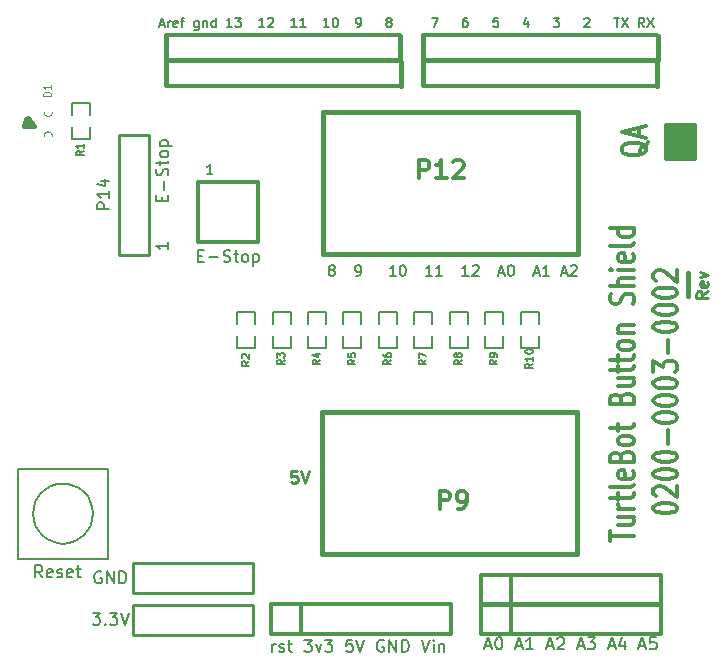
<source format=gto>
G04 (created by PCBNEW-RS274X (2011-nov-30)-testing) date Wed 20 Jun 2012 12:50:12 PM EDT*
%MOIN*%
G04 Gerber Fmt 3.4, Leading zero omitted, Abs format*
%FSLAX34Y34*%
G01*
G70*
G90*
G04 APERTURE LIST*
%ADD10C,0.006*%
%ADD11C,0.012*%
%ADD12C,0.0098*%
%ADD13C,0.015*%
%ADD14C,0.005*%
%ADD15C,0.004*%
%ADD16C,0.01*%
%ADD17C,0.0035*%
%ADD18C,0.0079*%
%ADD19C,0.008*%
G04 APERTURE END LIST*
G54D10*
G54D11*
X22069Y17358D02*
X22031Y17301D01*
X21955Y17244D01*
X21840Y17158D01*
X21802Y17101D01*
X21802Y17044D01*
X21993Y17072D02*
X21955Y17015D01*
X21879Y16958D01*
X21726Y16929D01*
X21459Y16929D01*
X21307Y16958D01*
X21231Y17015D01*
X21193Y17072D01*
X21193Y17186D01*
X21231Y17244D01*
X21307Y17301D01*
X21459Y17329D01*
X21726Y17329D01*
X21879Y17301D01*
X21955Y17244D01*
X21993Y17186D01*
X21993Y17072D01*
X21764Y17558D02*
X21764Y17844D01*
X21993Y17501D02*
X21193Y17701D01*
X21993Y17901D01*
X20800Y4058D02*
X20800Y4401D01*
X21600Y4230D02*
X20800Y4230D01*
X21066Y4858D02*
X21600Y4858D01*
X21066Y4601D02*
X21486Y4601D01*
X21562Y4629D01*
X21600Y4687D01*
X21600Y4772D01*
X21562Y4829D01*
X21524Y4858D01*
X21600Y5144D02*
X21066Y5144D01*
X21219Y5144D02*
X21143Y5172D01*
X21105Y5201D01*
X21066Y5258D01*
X21066Y5315D01*
X21066Y5429D02*
X21066Y5658D01*
X20800Y5515D02*
X21486Y5515D01*
X21562Y5543D01*
X21600Y5601D01*
X21600Y5658D01*
X21600Y5944D02*
X21562Y5886D01*
X21486Y5858D01*
X20800Y5858D01*
X21562Y6400D02*
X21600Y6343D01*
X21600Y6229D01*
X21562Y6172D01*
X21486Y6143D01*
X21181Y6143D01*
X21105Y6172D01*
X21066Y6229D01*
X21066Y6343D01*
X21105Y6400D01*
X21181Y6429D01*
X21257Y6429D01*
X21333Y6143D01*
X21181Y6886D02*
X21219Y6972D01*
X21257Y7000D01*
X21333Y7029D01*
X21447Y7029D01*
X21524Y7000D01*
X21562Y6972D01*
X21600Y6914D01*
X21600Y6686D01*
X20800Y6686D01*
X20800Y6886D01*
X20838Y6943D01*
X20876Y6972D01*
X20952Y7000D01*
X21028Y7000D01*
X21105Y6972D01*
X21143Y6943D01*
X21181Y6886D01*
X21181Y6686D01*
X21600Y7372D02*
X21562Y7314D01*
X21524Y7286D01*
X21447Y7257D01*
X21219Y7257D01*
X21143Y7286D01*
X21105Y7314D01*
X21066Y7372D01*
X21066Y7457D01*
X21105Y7514D01*
X21143Y7543D01*
X21219Y7572D01*
X21447Y7572D01*
X21524Y7543D01*
X21562Y7514D01*
X21600Y7457D01*
X21600Y7372D01*
X21066Y7743D02*
X21066Y7972D01*
X20800Y7829D02*
X21486Y7829D01*
X21562Y7857D01*
X21600Y7915D01*
X21600Y7972D01*
X21181Y8829D02*
X21219Y8915D01*
X21257Y8943D01*
X21333Y8972D01*
X21447Y8972D01*
X21524Y8943D01*
X21562Y8915D01*
X21600Y8857D01*
X21600Y8629D01*
X20800Y8629D01*
X20800Y8829D01*
X20838Y8886D01*
X20876Y8915D01*
X20952Y8943D01*
X21028Y8943D01*
X21105Y8915D01*
X21143Y8886D01*
X21181Y8829D01*
X21181Y8629D01*
X21066Y9486D02*
X21600Y9486D01*
X21066Y9229D02*
X21486Y9229D01*
X21562Y9257D01*
X21600Y9315D01*
X21600Y9400D01*
X21562Y9457D01*
X21524Y9486D01*
X21066Y9686D02*
X21066Y9915D01*
X20800Y9772D02*
X21486Y9772D01*
X21562Y9800D01*
X21600Y9858D01*
X21600Y9915D01*
X21066Y10029D02*
X21066Y10258D01*
X20800Y10115D02*
X21486Y10115D01*
X21562Y10143D01*
X21600Y10201D01*
X21600Y10258D01*
X21600Y10544D02*
X21562Y10486D01*
X21524Y10458D01*
X21447Y10429D01*
X21219Y10429D01*
X21143Y10458D01*
X21105Y10486D01*
X21066Y10544D01*
X21066Y10629D01*
X21105Y10686D01*
X21143Y10715D01*
X21219Y10744D01*
X21447Y10744D01*
X21524Y10715D01*
X21562Y10686D01*
X21600Y10629D01*
X21600Y10544D01*
X21066Y11001D02*
X21600Y11001D01*
X21143Y11001D02*
X21105Y11029D01*
X21066Y11087D01*
X21066Y11172D01*
X21105Y11229D01*
X21181Y11258D01*
X21600Y11258D01*
X21562Y11972D02*
X21600Y12058D01*
X21600Y12201D01*
X21562Y12258D01*
X21524Y12287D01*
X21447Y12315D01*
X21371Y12315D01*
X21295Y12287D01*
X21257Y12258D01*
X21219Y12201D01*
X21181Y12087D01*
X21143Y12029D01*
X21105Y12001D01*
X21028Y11972D01*
X20952Y11972D01*
X20876Y12001D01*
X20838Y12029D01*
X20800Y12087D01*
X20800Y12229D01*
X20838Y12315D01*
X21600Y12572D02*
X20800Y12572D01*
X21600Y12829D02*
X21181Y12829D01*
X21105Y12800D01*
X21066Y12743D01*
X21066Y12658D01*
X21105Y12600D01*
X21143Y12572D01*
X21600Y13115D02*
X21066Y13115D01*
X20800Y13115D02*
X20838Y13086D01*
X20876Y13115D01*
X20838Y13143D01*
X20800Y13115D01*
X20876Y13115D01*
X21562Y13629D02*
X21600Y13572D01*
X21600Y13458D01*
X21562Y13401D01*
X21486Y13372D01*
X21181Y13372D01*
X21105Y13401D01*
X21066Y13458D01*
X21066Y13572D01*
X21105Y13629D01*
X21181Y13658D01*
X21257Y13658D01*
X21333Y13372D01*
X21600Y14001D02*
X21562Y13943D01*
X21486Y13915D01*
X20800Y13915D01*
X21600Y14486D02*
X20800Y14486D01*
X21562Y14486D02*
X21600Y14429D01*
X21600Y14315D01*
X21562Y14257D01*
X21524Y14229D01*
X21447Y14200D01*
X21219Y14200D01*
X21143Y14229D01*
X21105Y14257D01*
X21066Y14315D01*
X21066Y14429D01*
X21105Y14486D01*
G54D12*
X24073Y12387D02*
X23885Y12256D01*
X24073Y12163D02*
X23680Y12163D01*
X23680Y12312D01*
X23698Y12350D01*
X23717Y12368D01*
X23754Y12387D01*
X23811Y12387D01*
X23848Y12368D01*
X23867Y12350D01*
X23885Y12312D01*
X23885Y12163D01*
X24054Y12705D02*
X24073Y12668D01*
X24073Y12593D01*
X24054Y12556D01*
X24016Y12537D01*
X23867Y12537D01*
X23829Y12556D01*
X23811Y12593D01*
X23811Y12668D01*
X23829Y12705D01*
X23867Y12724D01*
X23904Y12724D01*
X23942Y12537D01*
X23811Y12855D02*
X24073Y12949D01*
X23811Y13042D01*
G54D13*
X23401Y12228D02*
X23401Y13015D01*
G54D11*
X22256Y5134D02*
X22256Y5191D01*
X22294Y5248D01*
X22332Y5276D01*
X22408Y5305D01*
X22561Y5333D01*
X22751Y5333D01*
X22903Y5305D01*
X22980Y5276D01*
X23018Y5248D01*
X23056Y5191D01*
X23056Y5134D01*
X23018Y5077D01*
X22980Y5048D01*
X22903Y5020D01*
X22751Y4991D01*
X22561Y4991D01*
X22408Y5020D01*
X22332Y5048D01*
X22294Y5077D01*
X22256Y5134D01*
X22332Y5561D02*
X22294Y5590D01*
X22256Y5647D01*
X22256Y5789D01*
X22294Y5846D01*
X22332Y5875D01*
X22408Y5903D01*
X22484Y5903D01*
X22599Y5875D01*
X23056Y5533D01*
X23056Y5903D01*
X22256Y6274D02*
X22256Y6331D01*
X22294Y6388D01*
X22332Y6416D01*
X22408Y6445D01*
X22561Y6473D01*
X22751Y6473D01*
X22903Y6445D01*
X22980Y6416D01*
X23018Y6388D01*
X23056Y6331D01*
X23056Y6274D01*
X23018Y6217D01*
X22980Y6188D01*
X22903Y6160D01*
X22751Y6131D01*
X22561Y6131D01*
X22408Y6160D01*
X22332Y6188D01*
X22294Y6217D01*
X22256Y6274D01*
X22256Y6844D02*
X22256Y6901D01*
X22294Y6958D01*
X22332Y6986D01*
X22408Y7015D01*
X22561Y7043D01*
X22751Y7043D01*
X22903Y7015D01*
X22980Y6986D01*
X23018Y6958D01*
X23056Y6901D01*
X23056Y6844D01*
X23018Y6787D01*
X22980Y6758D01*
X22903Y6730D01*
X22751Y6701D01*
X22561Y6701D01*
X22408Y6730D01*
X22332Y6758D01*
X22294Y6787D01*
X22256Y6844D01*
X22751Y7300D02*
X22751Y7756D01*
X22256Y8156D02*
X22256Y8213D01*
X22294Y8270D01*
X22332Y8298D01*
X22408Y8327D01*
X22561Y8355D01*
X22751Y8355D01*
X22903Y8327D01*
X22980Y8298D01*
X23018Y8270D01*
X23056Y8213D01*
X23056Y8156D01*
X23018Y8099D01*
X22980Y8070D01*
X22903Y8042D01*
X22751Y8013D01*
X22561Y8013D01*
X22408Y8042D01*
X22332Y8070D01*
X22294Y8099D01*
X22256Y8156D01*
X22256Y8726D02*
X22256Y8783D01*
X22294Y8840D01*
X22332Y8868D01*
X22408Y8897D01*
X22561Y8925D01*
X22751Y8925D01*
X22903Y8897D01*
X22980Y8868D01*
X23018Y8840D01*
X23056Y8783D01*
X23056Y8726D01*
X23018Y8669D01*
X22980Y8640D01*
X22903Y8612D01*
X22751Y8583D01*
X22561Y8583D01*
X22408Y8612D01*
X22332Y8640D01*
X22294Y8669D01*
X22256Y8726D01*
X22256Y9296D02*
X22256Y9353D01*
X22294Y9410D01*
X22332Y9438D01*
X22408Y9467D01*
X22561Y9495D01*
X22751Y9495D01*
X22903Y9467D01*
X22980Y9438D01*
X23018Y9410D01*
X23056Y9353D01*
X23056Y9296D01*
X23018Y9239D01*
X22980Y9210D01*
X22903Y9182D01*
X22751Y9153D01*
X22561Y9153D01*
X22408Y9182D01*
X22332Y9210D01*
X22294Y9239D01*
X22256Y9296D01*
X22256Y9695D02*
X22256Y10065D01*
X22561Y9866D01*
X22561Y9951D01*
X22599Y10008D01*
X22637Y10037D01*
X22713Y10065D01*
X22903Y10065D01*
X22980Y10037D01*
X23018Y10008D01*
X23056Y9951D01*
X23056Y9780D01*
X23018Y9723D01*
X22980Y9695D01*
X22751Y10322D02*
X22751Y10778D01*
X22256Y11178D02*
X22256Y11235D01*
X22294Y11292D01*
X22332Y11320D01*
X22408Y11349D01*
X22561Y11377D01*
X22751Y11377D01*
X22903Y11349D01*
X22980Y11320D01*
X23018Y11292D01*
X23056Y11235D01*
X23056Y11178D01*
X23018Y11121D01*
X22980Y11092D01*
X22903Y11064D01*
X22751Y11035D01*
X22561Y11035D01*
X22408Y11064D01*
X22332Y11092D01*
X22294Y11121D01*
X22256Y11178D01*
X22256Y11748D02*
X22256Y11805D01*
X22294Y11862D01*
X22332Y11890D01*
X22408Y11919D01*
X22561Y11947D01*
X22751Y11947D01*
X22903Y11919D01*
X22980Y11890D01*
X23018Y11862D01*
X23056Y11805D01*
X23056Y11748D01*
X23018Y11691D01*
X22980Y11662D01*
X22903Y11634D01*
X22751Y11605D01*
X22561Y11605D01*
X22408Y11634D01*
X22332Y11662D01*
X22294Y11691D01*
X22256Y11748D01*
X22256Y12318D02*
X22256Y12375D01*
X22294Y12432D01*
X22332Y12460D01*
X22408Y12489D01*
X22561Y12517D01*
X22751Y12517D01*
X22903Y12489D01*
X22980Y12460D01*
X23018Y12432D01*
X23056Y12375D01*
X23056Y12318D01*
X23018Y12261D01*
X22980Y12232D01*
X22903Y12204D01*
X22751Y12175D01*
X22561Y12175D01*
X22408Y12204D01*
X22332Y12232D01*
X22294Y12261D01*
X22256Y12318D01*
X22332Y12745D02*
X22294Y12774D01*
X22256Y12831D01*
X22256Y12973D01*
X22294Y13030D01*
X22332Y13059D01*
X22408Y13087D01*
X22484Y13087D01*
X22599Y13059D01*
X23056Y12717D01*
X23056Y13087D01*
G54D14*
X8377Y11287D02*
X8377Y11687D01*
X8377Y11687D02*
X8977Y11687D01*
X8977Y11687D02*
X8977Y11287D01*
X8977Y10887D02*
X8977Y10487D01*
X8977Y10487D02*
X8377Y10487D01*
X8377Y10487D02*
X8377Y10887D01*
G54D13*
X1394Y18174D02*
X1590Y17898D01*
X1590Y17898D02*
X1275Y17898D01*
X1275Y17898D02*
X1354Y18134D01*
X1354Y18134D02*
X1394Y18016D01*
G54D15*
X2200Y17584D02*
X2199Y17595D01*
X2197Y17607D01*
X2195Y17619D01*
X2191Y17630D01*
X2187Y17641D01*
X2181Y17652D01*
X2175Y17662D01*
X2167Y17672D01*
X2159Y17680D01*
X2151Y17688D01*
X2141Y17696D01*
X2131Y17702D01*
X2120Y17708D01*
X2109Y17712D01*
X2098Y17716D01*
X2086Y17718D01*
X2074Y17720D01*
X2063Y17721D01*
X2052Y17720D01*
X2040Y17718D01*
X2028Y17716D01*
X2017Y17712D01*
X2006Y17708D01*
X1995Y17702D01*
X1985Y17696D01*
X1975Y17688D01*
X1967Y17680D01*
X1959Y17672D01*
X1951Y17662D01*
X1945Y17652D01*
X1939Y17641D01*
X1935Y17630D01*
X1931Y17619D01*
X1929Y17607D01*
X1927Y17595D01*
X1926Y17584D01*
X1926Y18370D02*
X1927Y18359D01*
X1929Y18347D01*
X1931Y18335D01*
X1935Y18324D01*
X1939Y18313D01*
X1945Y18302D01*
X1951Y18292D01*
X1959Y18282D01*
X1967Y18274D01*
X1975Y18266D01*
X1985Y18258D01*
X1995Y18252D01*
X2006Y18246D01*
X2017Y18242D01*
X2028Y18238D01*
X2040Y18236D01*
X2052Y18234D01*
X2063Y18233D01*
X2074Y18234D01*
X2086Y18236D01*
X2098Y18238D01*
X2109Y18242D01*
X2120Y18246D01*
X2131Y18252D01*
X2141Y18258D01*
X2151Y18266D01*
X2159Y18274D01*
X2167Y18282D01*
X2175Y18292D01*
X2181Y18302D01*
X2187Y18313D01*
X2191Y18324D01*
X2195Y18335D01*
X2197Y18347D01*
X2199Y18359D01*
X2200Y18370D01*
G54D11*
X9087Y16024D02*
X9087Y14024D01*
X9087Y14024D02*
X7087Y14024D01*
X7087Y14024D02*
X7087Y16024D01*
X7087Y16024D02*
X9087Y16024D01*
X9496Y980D02*
X9496Y1980D01*
X9496Y1980D02*
X15496Y1980D01*
X15496Y1980D02*
X15496Y980D01*
X15496Y980D02*
X9496Y980D01*
X10496Y980D02*
X10496Y1980D01*
G54D14*
X3575Y4984D02*
X3555Y4790D01*
X3499Y4603D01*
X3407Y4431D01*
X3284Y4280D01*
X3134Y4155D01*
X2962Y4063D01*
X2776Y4005D01*
X2581Y3985D01*
X2388Y4002D01*
X2201Y4057D01*
X2028Y4148D01*
X1876Y4270D01*
X1750Y4420D01*
X1656Y4591D01*
X1597Y4777D01*
X1576Y4971D01*
X1592Y5164D01*
X1646Y5352D01*
X1735Y5525D01*
X1856Y5678D01*
X2005Y5805D01*
X2175Y5900D01*
X2361Y5960D01*
X2555Y5983D01*
X2748Y5968D01*
X2936Y5916D01*
X3110Y5828D01*
X3264Y5708D01*
X3392Y5560D01*
X3488Y5390D01*
X3550Y5205D01*
X3574Y5011D01*
X3575Y4984D01*
X1075Y6484D02*
X4075Y6484D01*
X4075Y6484D02*
X4075Y3484D01*
X4075Y3484D02*
X1075Y3484D01*
X1075Y6484D02*
X1075Y3484D01*
G54D13*
X13837Y19234D02*
X13837Y20042D01*
X6022Y19254D02*
X6022Y20042D01*
G54D11*
X6020Y20056D02*
X13820Y20056D01*
X13820Y19240D02*
X6020Y19240D01*
G54D13*
X22397Y20103D02*
X22397Y20911D01*
X14582Y20123D02*
X14582Y20911D01*
G54D11*
X14580Y20925D02*
X22380Y20925D01*
X22380Y20109D02*
X14580Y20109D01*
G54D13*
X22387Y19234D02*
X22387Y20042D01*
X14572Y19254D02*
X14572Y20042D01*
G54D11*
X14570Y20056D02*
X22370Y20056D01*
X22370Y19240D02*
X14570Y19240D01*
G54D13*
X13815Y20102D02*
X13815Y20910D01*
X6000Y20122D02*
X6000Y20910D01*
G54D11*
X5998Y20924D02*
X13798Y20924D01*
X13798Y20108D02*
X5998Y20108D01*
X16504Y980D02*
X16504Y1980D01*
X16504Y1980D02*
X22504Y1980D01*
X22504Y1980D02*
X22504Y980D01*
X22504Y980D02*
X16504Y980D01*
X17504Y980D02*
X17504Y1980D01*
X16504Y1925D02*
X16504Y2925D01*
X16504Y2925D02*
X22504Y2925D01*
X22504Y2925D02*
X22504Y1925D01*
X22504Y1925D02*
X16504Y1925D01*
X17504Y1925D02*
X17504Y2925D01*
G54D16*
X4906Y1941D02*
X8906Y1941D01*
X4906Y941D02*
X8906Y941D01*
X8906Y941D02*
X8906Y1941D01*
X4906Y1941D02*
X4906Y941D01*
G54D13*
X11236Y13646D02*
X19739Y13646D01*
X19740Y13646D02*
X19740Y18370D01*
X19739Y18370D02*
X11236Y18370D01*
X11236Y18370D02*
X11236Y13646D01*
X19700Y8371D02*
X11197Y8371D01*
X11196Y8371D02*
X11196Y3647D01*
X11197Y3647D02*
X19700Y3647D01*
X19700Y3647D02*
X19700Y8371D01*
G54D16*
X5437Y17614D02*
X5437Y13614D01*
X4437Y17614D02*
X4437Y13614D01*
X4437Y13614D02*
X5437Y13614D01*
X5437Y17614D02*
X4437Y17614D01*
X4906Y3319D02*
X8906Y3319D01*
X4906Y2319D02*
X8906Y2319D01*
X8906Y2319D02*
X8906Y3319D01*
X4906Y3319D02*
X4906Y2319D01*
G54D14*
X10158Y10887D02*
X10158Y10487D01*
X10158Y10487D02*
X9558Y10487D01*
X9558Y10487D02*
X9558Y10887D01*
X9558Y11287D02*
X9558Y11687D01*
X9558Y11687D02*
X10158Y11687D01*
X10158Y11687D02*
X10158Y11287D01*
X11339Y10887D02*
X11339Y10487D01*
X11339Y10487D02*
X10739Y10487D01*
X10739Y10487D02*
X10739Y10887D01*
X10739Y11287D02*
X10739Y11687D01*
X10739Y11687D02*
X11339Y11687D01*
X11339Y11687D02*
X11339Y11287D01*
X12520Y10887D02*
X12520Y10487D01*
X12520Y10487D02*
X11920Y10487D01*
X11920Y10487D02*
X11920Y10887D01*
X11920Y11287D02*
X11920Y11687D01*
X11920Y11687D02*
X12520Y11687D01*
X12520Y11687D02*
X12520Y11287D01*
X13702Y10886D02*
X13702Y10486D01*
X13702Y10486D02*
X13102Y10486D01*
X13102Y10486D02*
X13102Y10886D01*
X13102Y11286D02*
X13102Y11686D01*
X13102Y11686D02*
X13702Y11686D01*
X13702Y11686D02*
X13702Y11286D01*
X14883Y10886D02*
X14883Y10486D01*
X14883Y10486D02*
X14283Y10486D01*
X14283Y10486D02*
X14283Y10886D01*
X14283Y11286D02*
X14283Y11686D01*
X14283Y11686D02*
X14883Y11686D01*
X14883Y11686D02*
X14883Y11286D01*
X16064Y10886D02*
X16064Y10486D01*
X16064Y10486D02*
X15464Y10486D01*
X15464Y10486D02*
X15464Y10886D01*
X15464Y11286D02*
X15464Y11686D01*
X15464Y11686D02*
X16064Y11686D01*
X16064Y11686D02*
X16064Y11286D01*
X17245Y10886D02*
X17245Y10486D01*
X17245Y10486D02*
X16645Y10486D01*
X16645Y10486D02*
X16645Y10886D01*
X16645Y11286D02*
X16645Y11686D01*
X16645Y11686D02*
X17245Y11686D01*
X17245Y11686D02*
X17245Y11286D01*
X18427Y10886D02*
X18427Y10486D01*
X18427Y10486D02*
X17827Y10486D01*
X17827Y10486D02*
X17827Y10886D01*
X17827Y11286D02*
X17827Y11686D01*
X17827Y11686D02*
X18427Y11686D01*
X18427Y11686D02*
X18427Y11286D01*
X3466Y17856D02*
X3466Y17456D01*
X3466Y17456D02*
X2866Y17456D01*
X2866Y17456D02*
X2866Y17856D01*
X2866Y18256D02*
X2866Y18656D01*
X2866Y18656D02*
X3466Y18656D01*
X3466Y18656D02*
X3466Y18256D01*
X8778Y10060D02*
X8659Y9977D01*
X8778Y9918D02*
X8528Y9918D01*
X8528Y10013D01*
X8540Y10037D01*
X8552Y10048D01*
X8576Y10060D01*
X8612Y10060D01*
X8635Y10048D01*
X8647Y10037D01*
X8659Y10013D01*
X8659Y9918D01*
X8552Y10156D02*
X8540Y10168D01*
X8528Y10191D01*
X8528Y10251D01*
X8540Y10275D01*
X8552Y10287D01*
X8576Y10298D01*
X8600Y10298D01*
X8635Y10287D01*
X8778Y10144D01*
X8778Y10298D01*
G54D17*
X2164Y18895D02*
X1914Y18895D01*
X1914Y18954D01*
X1926Y18990D01*
X1950Y19014D01*
X1974Y19025D01*
X2021Y19037D01*
X2057Y19037D01*
X2105Y19025D01*
X2128Y19014D01*
X2152Y18990D01*
X2164Y18954D01*
X2164Y18895D01*
X2164Y19275D02*
X2164Y19133D01*
X2164Y19204D02*
X1914Y19204D01*
X1950Y19180D01*
X1974Y19156D01*
X1986Y19133D01*
G54D18*
X7087Y13577D02*
X7221Y13577D01*
X7278Y13367D02*
X7087Y13367D01*
X7087Y13767D01*
X7278Y13767D01*
X7449Y13519D02*
X7754Y13519D01*
X7925Y13386D02*
X7982Y13367D01*
X8078Y13367D01*
X8116Y13386D01*
X8135Y13405D01*
X8154Y13443D01*
X8154Y13481D01*
X8135Y13519D01*
X8116Y13539D01*
X8078Y13558D01*
X8001Y13577D01*
X7963Y13596D01*
X7944Y13615D01*
X7925Y13653D01*
X7925Y13691D01*
X7944Y13729D01*
X7963Y13748D01*
X8001Y13767D01*
X8097Y13767D01*
X8154Y13748D01*
X8268Y13634D02*
X8420Y13634D01*
X8325Y13767D02*
X8325Y13424D01*
X8344Y13386D01*
X8382Y13367D01*
X8420Y13367D01*
X8611Y13367D02*
X8573Y13386D01*
X8554Y13405D01*
X8535Y13443D01*
X8535Y13558D01*
X8554Y13596D01*
X8573Y13615D01*
X8611Y13634D01*
X8669Y13634D01*
X8707Y13615D01*
X8726Y13596D01*
X8745Y13558D01*
X8745Y13443D01*
X8726Y13405D01*
X8707Y13386D01*
X8669Y13367D01*
X8611Y13367D01*
X8916Y13634D02*
X8916Y13234D01*
X8916Y13615D02*
X8954Y13634D01*
X9031Y13634D01*
X9069Y13615D01*
X9088Y13596D01*
X9107Y13558D01*
X9107Y13443D01*
X9088Y13405D01*
X9069Y13386D01*
X9031Y13367D01*
X8954Y13367D01*
X8916Y13386D01*
X7547Y16314D02*
X7368Y16314D01*
X7458Y16314D02*
X7458Y16628D01*
X7428Y16583D01*
X7398Y16553D01*
X7368Y16538D01*
G54D19*
X9549Y373D02*
X9549Y640D01*
X9549Y564D02*
X9568Y602D01*
X9587Y621D01*
X9625Y640D01*
X9664Y640D01*
X9778Y392D02*
X9816Y373D01*
X9892Y373D01*
X9931Y392D01*
X9950Y430D01*
X9950Y449D01*
X9931Y487D01*
X9892Y506D01*
X9835Y506D01*
X9797Y525D01*
X9778Y564D01*
X9778Y583D01*
X9797Y621D01*
X9835Y640D01*
X9892Y640D01*
X9931Y621D01*
X10064Y640D02*
X10216Y640D01*
X10121Y773D02*
X10121Y430D01*
X10140Y392D01*
X10178Y373D01*
X10216Y373D01*
X10617Y773D02*
X10865Y773D01*
X10731Y621D01*
X10789Y621D01*
X10827Y602D01*
X10846Y583D01*
X10865Y545D01*
X10865Y449D01*
X10846Y411D01*
X10827Y392D01*
X10789Y373D01*
X10674Y373D01*
X10636Y392D01*
X10617Y411D01*
X10998Y640D02*
X11093Y373D01*
X11189Y640D01*
X11303Y773D02*
X11551Y773D01*
X11417Y621D01*
X11475Y621D01*
X11513Y602D01*
X11532Y583D01*
X11551Y545D01*
X11551Y449D01*
X11532Y411D01*
X11513Y392D01*
X11475Y373D01*
X11360Y373D01*
X11322Y392D01*
X11303Y411D01*
X12218Y773D02*
X12027Y773D01*
X12008Y583D01*
X12027Y602D01*
X12065Y621D01*
X12161Y621D01*
X12199Y602D01*
X12218Y583D01*
X12237Y545D01*
X12237Y449D01*
X12218Y411D01*
X12199Y392D01*
X12161Y373D01*
X12065Y373D01*
X12027Y392D01*
X12008Y411D01*
X12351Y773D02*
X12484Y373D01*
X12618Y773D01*
X13266Y754D02*
X13228Y773D01*
X13171Y773D01*
X13113Y754D01*
X13075Y716D01*
X13056Y678D01*
X13037Y602D01*
X13037Y545D01*
X13056Y468D01*
X13075Y430D01*
X13113Y392D01*
X13171Y373D01*
X13209Y373D01*
X13266Y392D01*
X13285Y411D01*
X13285Y545D01*
X13209Y545D01*
X13456Y373D02*
X13456Y773D01*
X13685Y373D01*
X13685Y773D01*
X13875Y373D02*
X13875Y773D01*
X13970Y773D01*
X14028Y754D01*
X14066Y716D01*
X14085Y678D01*
X14104Y602D01*
X14104Y545D01*
X14085Y468D01*
X14066Y430D01*
X14028Y392D01*
X13970Y373D01*
X13875Y373D01*
X14523Y773D02*
X14656Y373D01*
X14790Y773D01*
X14923Y373D02*
X14923Y640D01*
X14923Y773D02*
X14904Y754D01*
X14923Y735D01*
X14942Y754D01*
X14923Y773D01*
X14923Y735D01*
X15113Y640D02*
X15113Y373D01*
X15113Y602D02*
X15132Y621D01*
X15170Y640D01*
X15228Y640D01*
X15266Y621D01*
X15285Y583D01*
X15285Y373D01*
G54D18*
X1883Y2854D02*
X1749Y3045D01*
X1654Y2854D02*
X1654Y3254D01*
X1807Y3254D01*
X1845Y3235D01*
X1864Y3216D01*
X1883Y3178D01*
X1883Y3121D01*
X1864Y3083D01*
X1845Y3064D01*
X1807Y3045D01*
X1654Y3045D01*
X2207Y2873D02*
X2169Y2854D01*
X2092Y2854D01*
X2054Y2873D01*
X2035Y2911D01*
X2035Y3064D01*
X2054Y3102D01*
X2092Y3121D01*
X2169Y3121D01*
X2207Y3102D01*
X2226Y3064D01*
X2226Y3026D01*
X2035Y2987D01*
X2378Y2873D02*
X2416Y2854D01*
X2492Y2854D01*
X2531Y2873D01*
X2550Y2911D01*
X2550Y2930D01*
X2531Y2968D01*
X2492Y2987D01*
X2435Y2987D01*
X2397Y3006D01*
X2378Y3045D01*
X2378Y3064D01*
X2397Y3102D01*
X2435Y3121D01*
X2492Y3121D01*
X2531Y3102D01*
X2874Y2873D02*
X2836Y2854D01*
X2759Y2854D01*
X2721Y2873D01*
X2702Y2911D01*
X2702Y3064D01*
X2721Y3102D01*
X2759Y3121D01*
X2836Y3121D01*
X2874Y3102D01*
X2893Y3064D01*
X2893Y3026D01*
X2702Y2987D01*
X3007Y3121D02*
X3159Y3121D01*
X3064Y3254D02*
X3064Y2911D01*
X3083Y2873D01*
X3121Y2854D01*
X3159Y2854D01*
X5791Y21285D02*
X5940Y21285D01*
X5761Y21195D02*
X5866Y21509D01*
X5970Y21195D01*
X6075Y21195D02*
X6075Y21404D01*
X6075Y21344D02*
X6090Y21374D01*
X6105Y21389D01*
X6135Y21404D01*
X6164Y21404D01*
X6388Y21210D02*
X6358Y21195D01*
X6299Y21195D01*
X6269Y21210D01*
X6254Y21240D01*
X6254Y21359D01*
X6269Y21389D01*
X6299Y21404D01*
X6358Y21404D01*
X6388Y21389D01*
X6403Y21359D01*
X6403Y21329D01*
X6254Y21300D01*
X6493Y21404D02*
X6613Y21404D01*
X6538Y21195D02*
X6538Y21464D01*
X6553Y21494D01*
X6583Y21509D01*
X6613Y21509D01*
X7090Y21404D02*
X7090Y21150D01*
X7075Y21120D01*
X7060Y21105D01*
X7031Y21090D01*
X6986Y21090D01*
X6956Y21105D01*
X7090Y21210D02*
X7060Y21195D01*
X7001Y21195D01*
X6971Y21210D01*
X6956Y21225D01*
X6941Y21255D01*
X6941Y21344D01*
X6956Y21374D01*
X6971Y21389D01*
X7001Y21404D01*
X7060Y21404D01*
X7090Y21389D01*
X7240Y21404D02*
X7240Y21195D01*
X7240Y21374D02*
X7255Y21389D01*
X7285Y21404D01*
X7329Y21404D01*
X7359Y21389D01*
X7374Y21359D01*
X7374Y21195D01*
X7658Y21195D02*
X7658Y21509D01*
X7658Y21210D02*
X7628Y21195D01*
X7569Y21195D01*
X7539Y21210D01*
X7524Y21225D01*
X7509Y21255D01*
X7509Y21344D01*
X7524Y21374D01*
X7539Y21389D01*
X7569Y21404D01*
X7628Y21404D01*
X7658Y21389D01*
X8211Y21195D02*
X8032Y21195D01*
X8122Y21195D02*
X8122Y21509D01*
X8092Y21464D01*
X8062Y21434D01*
X8032Y21419D01*
X8316Y21509D02*
X8510Y21509D01*
X8406Y21389D01*
X8450Y21389D01*
X8480Y21374D01*
X8495Y21359D01*
X8510Y21329D01*
X8510Y21255D01*
X8495Y21225D01*
X8480Y21210D01*
X8450Y21195D01*
X8361Y21195D01*
X8331Y21210D01*
X8316Y21225D01*
X9287Y21195D02*
X9108Y21195D01*
X9198Y21195D02*
X9198Y21509D01*
X9168Y21464D01*
X9138Y21434D01*
X9108Y21419D01*
X9407Y21479D02*
X9422Y21494D01*
X9452Y21509D01*
X9526Y21509D01*
X9556Y21494D01*
X9571Y21479D01*
X9586Y21449D01*
X9586Y21419D01*
X9571Y21374D01*
X9392Y21195D01*
X9586Y21195D01*
X10363Y21195D02*
X10184Y21195D01*
X10274Y21195D02*
X10274Y21509D01*
X10244Y21464D01*
X10214Y21434D01*
X10184Y21419D01*
X10662Y21195D02*
X10483Y21195D01*
X10573Y21195D02*
X10573Y21509D01*
X10543Y21464D01*
X10513Y21434D01*
X10483Y21419D01*
X11439Y21195D02*
X11260Y21195D01*
X11350Y21195D02*
X11350Y21509D01*
X11320Y21464D01*
X11290Y21434D01*
X11260Y21419D01*
X11634Y21509D02*
X11663Y21509D01*
X11693Y21494D01*
X11708Y21479D01*
X11723Y21449D01*
X11738Y21389D01*
X11738Y21315D01*
X11723Y21255D01*
X11708Y21225D01*
X11693Y21210D01*
X11663Y21195D01*
X11634Y21195D01*
X11604Y21210D01*
X11589Y21225D01*
X11574Y21255D01*
X11559Y21315D01*
X11559Y21389D01*
X11574Y21449D01*
X11589Y21479D01*
X11604Y21494D01*
X11634Y21509D01*
X12366Y21195D02*
X12426Y21195D01*
X12455Y21210D01*
X12470Y21225D01*
X12500Y21270D01*
X12515Y21329D01*
X12515Y21449D01*
X12500Y21479D01*
X12485Y21494D01*
X12455Y21509D01*
X12396Y21509D01*
X12366Y21494D01*
X12351Y21479D01*
X12336Y21449D01*
X12336Y21374D01*
X12351Y21344D01*
X12366Y21329D01*
X12396Y21315D01*
X12455Y21315D01*
X12485Y21329D01*
X12500Y21344D01*
X12515Y21374D01*
X13412Y21374D02*
X13382Y21389D01*
X13367Y21404D01*
X13352Y21434D01*
X13352Y21449D01*
X13367Y21479D01*
X13382Y21494D01*
X13412Y21509D01*
X13471Y21509D01*
X13501Y21494D01*
X13516Y21479D01*
X13531Y21449D01*
X13531Y21434D01*
X13516Y21404D01*
X13501Y21389D01*
X13471Y21374D01*
X13412Y21374D01*
X13382Y21359D01*
X13367Y21344D01*
X13352Y21315D01*
X13352Y21255D01*
X13367Y21225D01*
X13382Y21210D01*
X13412Y21195D01*
X13471Y21195D01*
X13501Y21210D01*
X13516Y21225D01*
X13531Y21255D01*
X13531Y21315D01*
X13516Y21344D01*
X13501Y21359D01*
X13471Y21374D01*
X14861Y21509D02*
X15070Y21509D01*
X14936Y21195D01*
X16041Y21509D02*
X15982Y21509D01*
X15952Y21494D01*
X15937Y21479D01*
X15907Y21434D01*
X15892Y21374D01*
X15892Y21255D01*
X15907Y21225D01*
X15922Y21210D01*
X15952Y21195D01*
X16011Y21195D01*
X16041Y21210D01*
X16056Y21225D01*
X16071Y21255D01*
X16071Y21329D01*
X16056Y21359D01*
X16041Y21374D01*
X16011Y21389D01*
X15952Y21389D01*
X15922Y21374D01*
X15907Y21359D01*
X15892Y21329D01*
X17072Y21509D02*
X16923Y21509D01*
X16908Y21359D01*
X16923Y21374D01*
X16953Y21389D01*
X17027Y21389D01*
X17057Y21374D01*
X17072Y21359D01*
X17087Y21329D01*
X17087Y21255D01*
X17072Y21225D01*
X17057Y21210D01*
X17027Y21195D01*
X16953Y21195D01*
X16923Y21210D01*
X16908Y21225D01*
X18073Y21404D02*
X18073Y21195D01*
X17999Y21524D02*
X17924Y21300D01*
X18118Y21300D01*
X18925Y21509D02*
X19119Y21509D01*
X19015Y21389D01*
X19059Y21389D01*
X19089Y21374D01*
X19104Y21359D01*
X19119Y21329D01*
X19119Y21255D01*
X19104Y21225D01*
X19089Y21210D01*
X19059Y21195D01*
X18970Y21195D01*
X18940Y21210D01*
X18925Y21225D01*
X19956Y21479D02*
X19971Y21494D01*
X20001Y21509D01*
X20075Y21509D01*
X20105Y21494D01*
X20120Y21479D01*
X20135Y21449D01*
X20135Y21419D01*
X20120Y21374D01*
X19941Y21195D01*
X20135Y21195D01*
X20942Y21509D02*
X21121Y21509D01*
X21032Y21195D02*
X21032Y21509D01*
X21196Y21509D02*
X21405Y21195D01*
X21405Y21509D02*
X21196Y21195D01*
X21943Y21195D02*
X21839Y21344D01*
X21764Y21195D02*
X21764Y21509D01*
X21883Y21509D01*
X21913Y21494D01*
X21928Y21479D01*
X21943Y21449D01*
X21943Y21404D01*
X21928Y21374D01*
X21913Y21359D01*
X21883Y21344D01*
X21764Y21344D01*
X22048Y21509D02*
X22257Y21195D01*
X22257Y21509D02*
X22048Y21195D01*
G54D19*
X16646Y566D02*
X16837Y566D01*
X16608Y452D02*
X16741Y852D01*
X16875Y452D01*
X17084Y852D02*
X17123Y852D01*
X17161Y833D01*
X17180Y814D01*
X17199Y776D01*
X17218Y700D01*
X17218Y604D01*
X17199Y528D01*
X17180Y490D01*
X17161Y471D01*
X17123Y452D01*
X17084Y452D01*
X17046Y471D01*
X17027Y490D01*
X17008Y528D01*
X16989Y604D01*
X16989Y700D01*
X17008Y776D01*
X17027Y814D01*
X17046Y833D01*
X17084Y852D01*
X17675Y566D02*
X17866Y566D01*
X17637Y452D02*
X17770Y852D01*
X17904Y452D01*
X18247Y452D02*
X18018Y452D01*
X18132Y452D02*
X18132Y852D01*
X18094Y795D01*
X18056Y757D01*
X18018Y738D01*
X18704Y566D02*
X18895Y566D01*
X18666Y452D02*
X18799Y852D01*
X18933Y452D01*
X19047Y814D02*
X19066Y833D01*
X19104Y852D01*
X19200Y852D01*
X19238Y833D01*
X19257Y814D01*
X19276Y776D01*
X19276Y738D01*
X19257Y681D01*
X19028Y452D01*
X19276Y452D01*
X19733Y566D02*
X19924Y566D01*
X19695Y452D02*
X19828Y852D01*
X19962Y452D01*
X20057Y852D02*
X20305Y852D01*
X20171Y700D01*
X20229Y700D01*
X20267Y681D01*
X20286Y662D01*
X20305Y624D01*
X20305Y528D01*
X20286Y490D01*
X20267Y471D01*
X20229Y452D01*
X20114Y452D01*
X20076Y471D01*
X20057Y490D01*
X20762Y566D02*
X20953Y566D01*
X20724Y452D02*
X20857Y852D01*
X20991Y452D01*
X21296Y719D02*
X21296Y452D01*
X21200Y871D02*
X21105Y585D01*
X21353Y585D01*
X21791Y566D02*
X21982Y566D01*
X21753Y452D02*
X21886Y852D01*
X22020Y452D01*
X22344Y852D02*
X22153Y852D01*
X22134Y662D01*
X22153Y681D01*
X22191Y700D01*
X22287Y700D01*
X22325Y681D01*
X22344Y662D01*
X22363Y624D01*
X22363Y528D01*
X22344Y490D01*
X22325Y471D01*
X22287Y452D01*
X22191Y452D01*
X22153Y471D01*
X22134Y490D01*
G54D18*
X3560Y1679D02*
X3808Y1679D01*
X3674Y1527D01*
X3732Y1527D01*
X3770Y1508D01*
X3789Y1489D01*
X3808Y1451D01*
X3808Y1355D01*
X3789Y1317D01*
X3770Y1298D01*
X3732Y1279D01*
X3617Y1279D01*
X3579Y1298D01*
X3560Y1317D01*
X3979Y1317D02*
X3998Y1298D01*
X3979Y1279D01*
X3960Y1298D01*
X3979Y1317D01*
X3979Y1279D01*
X4131Y1679D02*
X4379Y1679D01*
X4245Y1527D01*
X4303Y1527D01*
X4341Y1508D01*
X4360Y1489D01*
X4379Y1451D01*
X4379Y1355D01*
X4360Y1317D01*
X4341Y1298D01*
X4303Y1279D01*
X4188Y1279D01*
X4150Y1298D01*
X4131Y1317D01*
X4493Y1679D02*
X4626Y1279D01*
X4760Y1679D01*
G54D11*
X14445Y16158D02*
X14445Y16758D01*
X14673Y16758D01*
X14731Y16730D01*
X14759Y16701D01*
X14788Y16644D01*
X14788Y16558D01*
X14759Y16501D01*
X14731Y16472D01*
X14673Y16444D01*
X14445Y16444D01*
X15359Y16158D02*
X15016Y16158D01*
X15188Y16158D02*
X15188Y16758D01*
X15131Y16672D01*
X15073Y16615D01*
X15016Y16587D01*
X15587Y16701D02*
X15616Y16730D01*
X15673Y16758D01*
X15816Y16758D01*
X15873Y16730D01*
X15902Y16701D01*
X15930Y16644D01*
X15930Y16587D01*
X15902Y16501D01*
X15559Y16158D01*
X15930Y16158D01*
G54D18*
X11503Y13115D02*
X11469Y13132D01*
X11452Y13149D01*
X11435Y13182D01*
X11435Y13199D01*
X11452Y13233D01*
X11469Y13250D01*
X11503Y13267D01*
X11570Y13267D01*
X11604Y13250D01*
X11621Y13233D01*
X11638Y13199D01*
X11638Y13182D01*
X11621Y13149D01*
X11604Y13132D01*
X11570Y13115D01*
X11503Y13115D01*
X11469Y13098D01*
X11452Y13081D01*
X11435Y13048D01*
X11435Y12980D01*
X11452Y12946D01*
X11469Y12930D01*
X11503Y12913D01*
X11570Y12913D01*
X11604Y12930D01*
X11621Y12946D01*
X11638Y12980D01*
X11638Y13048D01*
X11621Y13081D01*
X11604Y13098D01*
X11570Y13115D01*
X12346Y12913D02*
X12414Y12913D01*
X12447Y12930D01*
X12464Y12946D01*
X12498Y12997D01*
X12515Y13064D01*
X12515Y13199D01*
X12498Y13233D01*
X12481Y13250D01*
X12447Y13267D01*
X12380Y13267D01*
X12346Y13250D01*
X12329Y13233D01*
X12312Y13199D01*
X12312Y13115D01*
X12329Y13081D01*
X12346Y13064D01*
X12380Y13048D01*
X12447Y13048D01*
X12481Y13064D01*
X12498Y13081D01*
X12515Y13115D01*
X13662Y12913D02*
X13459Y12913D01*
X13561Y12913D02*
X13561Y13267D01*
X13527Y13216D01*
X13493Y13182D01*
X13459Y13166D01*
X13881Y13267D02*
X13914Y13267D01*
X13948Y13250D01*
X13965Y13233D01*
X13982Y13199D01*
X13999Y13132D01*
X13999Y13048D01*
X13982Y12980D01*
X13965Y12946D01*
X13948Y12930D01*
X13914Y12913D01*
X13881Y12913D01*
X13847Y12930D01*
X13830Y12946D01*
X13813Y12980D01*
X13796Y13048D01*
X13796Y13132D01*
X13813Y13199D01*
X13830Y13233D01*
X13847Y13250D01*
X13881Y13267D01*
X14876Y12913D02*
X14673Y12913D01*
X14775Y12913D02*
X14775Y13267D01*
X14741Y13216D01*
X14707Y13182D01*
X14673Y13166D01*
X15213Y12913D02*
X15010Y12913D01*
X15112Y12913D02*
X15112Y13267D01*
X15078Y13216D01*
X15044Y13182D01*
X15010Y13166D01*
X16090Y12913D02*
X15887Y12913D01*
X15989Y12913D02*
X15989Y13267D01*
X15955Y13216D01*
X15921Y13182D01*
X15887Y13166D01*
X16224Y13233D02*
X16241Y13250D01*
X16275Y13267D01*
X16359Y13267D01*
X16393Y13250D01*
X16410Y13233D01*
X16427Y13199D01*
X16427Y13166D01*
X16410Y13115D01*
X16208Y12913D01*
X16427Y12913D01*
X17101Y13014D02*
X17270Y13014D01*
X17068Y12913D02*
X17186Y13267D01*
X17304Y12913D01*
X17489Y13267D02*
X17522Y13267D01*
X17556Y13250D01*
X17573Y13233D01*
X17590Y13199D01*
X17607Y13132D01*
X17607Y13048D01*
X17590Y12980D01*
X17573Y12946D01*
X17556Y12930D01*
X17522Y12913D01*
X17489Y12913D01*
X17455Y12930D01*
X17438Y12946D01*
X17421Y12980D01*
X17404Y13048D01*
X17404Y13132D01*
X17421Y13199D01*
X17438Y13233D01*
X17455Y13250D01*
X17489Y13267D01*
X18281Y13014D02*
X18450Y13014D01*
X18248Y12913D02*
X18366Y13267D01*
X18484Y12913D01*
X18787Y12913D02*
X18584Y12913D01*
X18686Y12913D02*
X18686Y13267D01*
X18652Y13216D01*
X18618Y13182D01*
X18584Y13166D01*
X19191Y13014D02*
X19360Y13014D01*
X19158Y12913D02*
X19276Y13267D01*
X19394Y12913D01*
X19494Y13233D02*
X19511Y13250D01*
X19545Y13267D01*
X19629Y13267D01*
X19663Y13250D01*
X19680Y13233D01*
X19697Y13199D01*
X19697Y13166D01*
X19680Y13115D01*
X19478Y12913D01*
X19697Y12913D01*
G54D11*
X15125Y5137D02*
X15125Y5737D01*
X15353Y5737D01*
X15411Y5709D01*
X15439Y5680D01*
X15468Y5623D01*
X15468Y5537D01*
X15439Y5480D01*
X15411Y5451D01*
X15353Y5423D01*
X15125Y5423D01*
X15753Y5137D02*
X15868Y5137D01*
X15925Y5166D01*
X15953Y5194D01*
X16011Y5280D01*
X16039Y5394D01*
X16039Y5623D01*
X16011Y5680D01*
X15982Y5709D01*
X15925Y5737D01*
X15811Y5737D01*
X15753Y5709D01*
X15725Y5680D01*
X15696Y5623D01*
X15696Y5480D01*
X15725Y5423D01*
X15753Y5394D01*
X15811Y5366D01*
X15925Y5366D01*
X15982Y5394D01*
X16011Y5423D01*
X16039Y5480D01*
G54D12*
X10375Y6400D02*
X10188Y6400D01*
X10169Y6213D01*
X10188Y6232D01*
X10225Y6251D01*
X10319Y6251D01*
X10356Y6232D01*
X10375Y6213D01*
X10393Y6176D01*
X10393Y6082D01*
X10375Y6045D01*
X10356Y6026D01*
X10319Y6007D01*
X10225Y6007D01*
X10188Y6026D01*
X10169Y6045D01*
X10505Y6400D02*
X10636Y6007D01*
X10767Y6400D01*
G54D19*
X4115Y15128D02*
X3715Y15128D01*
X3715Y15281D01*
X3734Y15319D01*
X3753Y15338D01*
X3791Y15357D01*
X3848Y15357D01*
X3886Y15338D01*
X3905Y15319D01*
X3924Y15281D01*
X3924Y15128D01*
X4115Y15738D02*
X4115Y15509D01*
X4115Y15623D02*
X3715Y15623D01*
X3772Y15585D01*
X3810Y15547D01*
X3829Y15509D01*
X3848Y16081D02*
X4115Y16081D01*
X3696Y15985D02*
X3982Y15890D01*
X3982Y16138D01*
G54D18*
X6083Y14023D02*
X6083Y13794D01*
X6083Y13908D02*
X5683Y13908D01*
X5740Y13870D01*
X5778Y13832D01*
X5797Y13794D01*
X5873Y15414D02*
X5873Y15548D01*
X6083Y15605D02*
X6083Y15414D01*
X5683Y15414D01*
X5683Y15605D01*
X5931Y15776D02*
X5931Y16081D01*
X6064Y16252D02*
X6083Y16309D01*
X6083Y16405D01*
X6064Y16443D01*
X6045Y16462D01*
X6007Y16481D01*
X5969Y16481D01*
X5931Y16462D01*
X5911Y16443D01*
X5892Y16405D01*
X5873Y16328D01*
X5854Y16290D01*
X5835Y16271D01*
X5797Y16252D01*
X5759Y16252D01*
X5721Y16271D01*
X5702Y16290D01*
X5683Y16328D01*
X5683Y16424D01*
X5702Y16481D01*
X5816Y16595D02*
X5816Y16747D01*
X5683Y16652D02*
X6026Y16652D01*
X6064Y16671D01*
X6083Y16709D01*
X6083Y16747D01*
X6083Y16938D02*
X6064Y16900D01*
X6045Y16881D01*
X6007Y16862D01*
X5892Y16862D01*
X5854Y16881D01*
X5835Y16900D01*
X5816Y16938D01*
X5816Y16996D01*
X5835Y17034D01*
X5854Y17053D01*
X5892Y17072D01*
X6007Y17072D01*
X6045Y17053D01*
X6064Y17034D01*
X6083Y16996D01*
X6083Y16938D01*
X5816Y17243D02*
X6216Y17243D01*
X5835Y17243D02*
X5816Y17281D01*
X5816Y17358D01*
X5835Y17396D01*
X5854Y17415D01*
X5892Y17434D01*
X6007Y17434D01*
X6045Y17415D01*
X6064Y17396D01*
X6083Y17358D01*
X6083Y17281D01*
X6064Y17243D01*
X3847Y3038D02*
X3809Y3057D01*
X3752Y3057D01*
X3694Y3038D01*
X3656Y3000D01*
X3637Y2962D01*
X3618Y2886D01*
X3618Y2829D01*
X3637Y2752D01*
X3656Y2714D01*
X3694Y2676D01*
X3752Y2657D01*
X3790Y2657D01*
X3847Y2676D01*
X3866Y2695D01*
X3866Y2829D01*
X3790Y2829D01*
X4037Y2657D02*
X4037Y3057D01*
X4266Y2657D01*
X4266Y3057D01*
X4456Y2657D02*
X4456Y3057D01*
X4551Y3057D01*
X4609Y3038D01*
X4647Y3000D01*
X4666Y2962D01*
X4685Y2886D01*
X4685Y2829D01*
X4666Y2752D01*
X4647Y2714D01*
X4609Y2676D01*
X4551Y2657D01*
X4456Y2657D01*
G54D14*
X9959Y10100D02*
X9840Y10017D01*
X9959Y9958D02*
X9709Y9958D01*
X9709Y10053D01*
X9721Y10077D01*
X9733Y10088D01*
X9757Y10100D01*
X9793Y10100D01*
X9816Y10088D01*
X9828Y10077D01*
X9840Y10053D01*
X9840Y9958D01*
X9709Y10184D02*
X9709Y10338D01*
X9804Y10255D01*
X9804Y10291D01*
X9816Y10315D01*
X9828Y10327D01*
X9852Y10338D01*
X9912Y10338D01*
X9935Y10327D01*
X9947Y10315D01*
X9959Y10291D01*
X9959Y10219D01*
X9947Y10196D01*
X9935Y10184D01*
X11140Y10100D02*
X11021Y10017D01*
X11140Y9958D02*
X10890Y9958D01*
X10890Y10053D01*
X10902Y10077D01*
X10914Y10088D01*
X10938Y10100D01*
X10974Y10100D01*
X10997Y10088D01*
X11009Y10077D01*
X11021Y10053D01*
X11021Y9958D01*
X10974Y10315D02*
X11140Y10315D01*
X10878Y10255D02*
X11057Y10196D01*
X11057Y10350D01*
X12321Y10100D02*
X12202Y10017D01*
X12321Y9958D02*
X12071Y9958D01*
X12071Y10053D01*
X12083Y10077D01*
X12095Y10088D01*
X12119Y10100D01*
X12155Y10100D01*
X12178Y10088D01*
X12190Y10077D01*
X12202Y10053D01*
X12202Y9958D01*
X12071Y10327D02*
X12071Y10208D01*
X12190Y10196D01*
X12178Y10208D01*
X12166Y10231D01*
X12166Y10291D01*
X12178Y10315D01*
X12190Y10327D01*
X12214Y10338D01*
X12274Y10338D01*
X12297Y10327D01*
X12309Y10315D01*
X12321Y10291D01*
X12321Y10231D01*
X12309Y10208D01*
X12297Y10196D01*
X13503Y10099D02*
X13384Y10016D01*
X13503Y9957D02*
X13253Y9957D01*
X13253Y10052D01*
X13265Y10076D01*
X13277Y10087D01*
X13301Y10099D01*
X13337Y10099D01*
X13360Y10087D01*
X13372Y10076D01*
X13384Y10052D01*
X13384Y9957D01*
X13253Y10314D02*
X13253Y10266D01*
X13265Y10242D01*
X13277Y10230D01*
X13313Y10207D01*
X13360Y10195D01*
X13456Y10195D01*
X13479Y10207D01*
X13491Y10218D01*
X13503Y10242D01*
X13503Y10290D01*
X13491Y10314D01*
X13479Y10326D01*
X13456Y10337D01*
X13396Y10337D01*
X13372Y10326D01*
X13360Y10314D01*
X13348Y10290D01*
X13348Y10242D01*
X13360Y10218D01*
X13372Y10207D01*
X13396Y10195D01*
X14684Y10099D02*
X14565Y10016D01*
X14684Y9957D02*
X14434Y9957D01*
X14434Y10052D01*
X14446Y10076D01*
X14458Y10087D01*
X14482Y10099D01*
X14518Y10099D01*
X14541Y10087D01*
X14553Y10076D01*
X14565Y10052D01*
X14565Y9957D01*
X14434Y10183D02*
X14434Y10349D01*
X14684Y10242D01*
X15865Y10099D02*
X15746Y10016D01*
X15865Y9957D02*
X15615Y9957D01*
X15615Y10052D01*
X15627Y10076D01*
X15639Y10087D01*
X15663Y10099D01*
X15699Y10099D01*
X15722Y10087D01*
X15734Y10076D01*
X15746Y10052D01*
X15746Y9957D01*
X15722Y10242D02*
X15710Y10218D01*
X15699Y10207D01*
X15675Y10195D01*
X15663Y10195D01*
X15639Y10207D01*
X15627Y10218D01*
X15615Y10242D01*
X15615Y10290D01*
X15627Y10314D01*
X15639Y10326D01*
X15663Y10337D01*
X15675Y10337D01*
X15699Y10326D01*
X15710Y10314D01*
X15722Y10290D01*
X15722Y10242D01*
X15734Y10218D01*
X15746Y10207D01*
X15770Y10195D01*
X15818Y10195D01*
X15841Y10207D01*
X15853Y10218D01*
X15865Y10242D01*
X15865Y10290D01*
X15853Y10314D01*
X15841Y10326D01*
X15818Y10337D01*
X15770Y10337D01*
X15746Y10326D01*
X15734Y10314D01*
X15722Y10290D01*
X17046Y10099D02*
X16927Y10016D01*
X17046Y9957D02*
X16796Y9957D01*
X16796Y10052D01*
X16808Y10076D01*
X16820Y10087D01*
X16844Y10099D01*
X16880Y10099D01*
X16903Y10087D01*
X16915Y10076D01*
X16927Y10052D01*
X16927Y9957D01*
X17046Y10218D02*
X17046Y10266D01*
X17034Y10290D01*
X17022Y10302D01*
X16987Y10326D01*
X16939Y10337D01*
X16844Y10337D01*
X16820Y10326D01*
X16808Y10314D01*
X16796Y10290D01*
X16796Y10242D01*
X16808Y10218D01*
X16820Y10207D01*
X16844Y10195D01*
X16903Y10195D01*
X16927Y10207D01*
X16939Y10218D01*
X16951Y10242D01*
X16951Y10290D01*
X16939Y10314D01*
X16927Y10326D01*
X16903Y10337D01*
X18228Y9980D02*
X18109Y9897D01*
X18228Y9838D02*
X17978Y9838D01*
X17978Y9933D01*
X17990Y9957D01*
X18002Y9968D01*
X18026Y9980D01*
X18062Y9980D01*
X18085Y9968D01*
X18097Y9957D01*
X18109Y9933D01*
X18109Y9838D01*
X18228Y10218D02*
X18228Y10076D01*
X18228Y10147D02*
X17978Y10147D01*
X18014Y10123D01*
X18038Y10099D01*
X18050Y10076D01*
X17978Y10373D02*
X17978Y10397D01*
X17990Y10421D01*
X18002Y10433D01*
X18026Y10445D01*
X18073Y10456D01*
X18133Y10456D01*
X18181Y10445D01*
X18204Y10433D01*
X18216Y10421D01*
X18228Y10397D01*
X18228Y10373D01*
X18216Y10349D01*
X18204Y10337D01*
X18181Y10326D01*
X18133Y10314D01*
X18073Y10314D01*
X18026Y10326D01*
X18002Y10337D01*
X17990Y10349D01*
X17978Y10373D01*
X3267Y17069D02*
X3148Y16986D01*
X3267Y16927D02*
X3017Y16927D01*
X3017Y17022D01*
X3029Y17046D01*
X3041Y17057D01*
X3065Y17069D01*
X3101Y17069D01*
X3124Y17057D01*
X3136Y17046D01*
X3148Y17022D01*
X3148Y16927D01*
X3267Y17307D02*
X3267Y17165D01*
X3267Y17236D02*
X3017Y17236D01*
X3053Y17212D01*
X3077Y17188D01*
X3089Y17165D01*
G54D10*
G36*
X23638Y16795D02*
X23638Y17977D01*
X22653Y17977D01*
X22653Y16795D01*
X23638Y16795D01*
X23638Y16795D01*
G37*
G54D16*
X23638Y16795D02*
X23638Y17977D01*
X22653Y17977D01*
X22653Y16795D01*
X23638Y16795D01*
M02*

</source>
